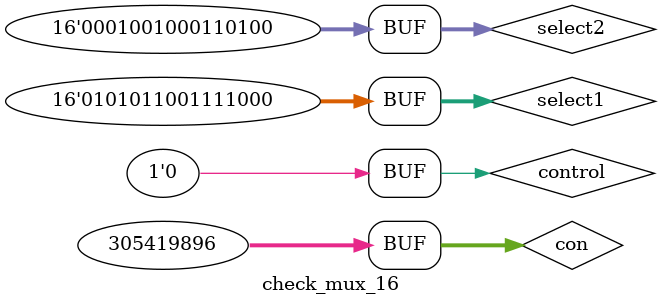
<source format=v>
`timescale 1ns / 1ps


module check_mux_16;

	// Inputs
	reg [15:0] select1;
	reg [15:0] select2;
	reg control;

	// Outputs
	wire [15:0] result;

	// Instantiate the Unit Under Test (UUT)
	MUX_16bit_two uut (
		.select1(select1), 
		.select2(select2), 
		.control(control), 
		.result(result)
	);
	reg[31:0] con=32'h12345678;
	initial begin
		// Initialize Inputs
		select1 = con[15:0];
		select2 = con[31:16];
		control = con[1];

		// Wait 100 ns for global reset to finish
		#100;
        
		// Add stimulus here

	end
      
endmodule


</source>
